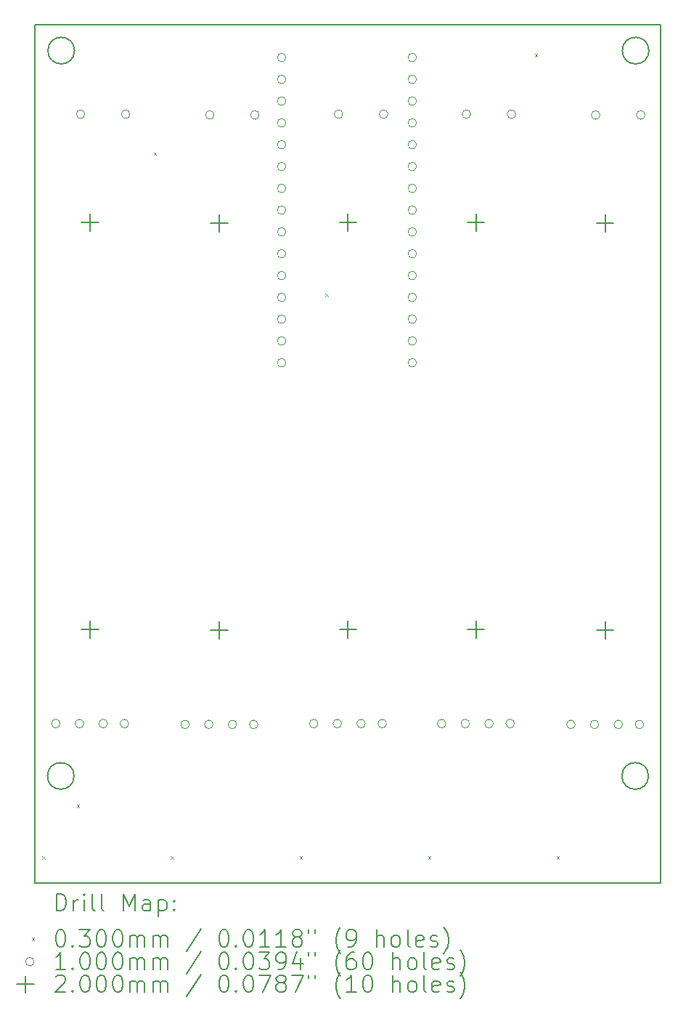
<source format=gbr>
%TF.GenerationSoftware,KiCad,Pcbnew,8.0.0*%
%TF.CreationDate,2024-07-04T13:53:27+02:00*%
%TF.ProjectId,Audio-Controller V2.0,41756469-6f2d-4436-9f6e-74726f6c6c65,rev?*%
%TF.SameCoordinates,Original*%
%TF.FileFunction,Drillmap*%
%TF.FilePolarity,Positive*%
%FSLAX45Y45*%
G04 Gerber Fmt 4.5, Leading zero omitted, Abs format (unit mm)*
G04 Created by KiCad (PCBNEW 8.0.0) date 2024-07-04 13:53:27*
%MOMM*%
%LPD*%
G01*
G04 APERTURE LIST*
%ADD10C,0.200000*%
%ADD11C,0.100000*%
G04 APERTURE END LIST*
D10*
X5255000Y-10400000D02*
G75*
G02*
X4945000Y-10400000I-155000J0D01*
G01*
X4945000Y-10400000D02*
G75*
G02*
X5255000Y-10400000I155000J0D01*
G01*
X5260000Y-1950000D02*
G75*
G02*
X4950000Y-1950000I-155000J0D01*
G01*
X4950000Y-1950000D02*
G75*
G02*
X5260000Y-1950000I155000J0D01*
G01*
X4800000Y-1650000D02*
X12100000Y-1650000D01*
X12100000Y-11650000D01*
X4800000Y-11650000D01*
X4800000Y-1650000D01*
X11955000Y-10400000D02*
G75*
G02*
X11645000Y-10400000I-155000J0D01*
G01*
X11645000Y-10400000D02*
G75*
G02*
X11955000Y-10400000I155000J0D01*
G01*
X11960000Y-1950000D02*
G75*
G02*
X11650000Y-1950000I-155000J0D01*
G01*
X11650000Y-1950000D02*
G75*
G02*
X11960000Y-1950000I155000J0D01*
G01*
D11*
X4885000Y-11335000D02*
X4915000Y-11365000D01*
X4915000Y-11335000D02*
X4885000Y-11365000D01*
X5285000Y-10735000D02*
X5315000Y-10765000D01*
X5315000Y-10735000D02*
X5285000Y-10765000D01*
X6185000Y-3135000D02*
X6215000Y-3165000D01*
X6215000Y-3135000D02*
X6185000Y-3165000D01*
X6385000Y-11335000D02*
X6415000Y-11365000D01*
X6415000Y-11335000D02*
X6385000Y-11365000D01*
X7885000Y-11335000D02*
X7915000Y-11365000D01*
X7915000Y-11335000D02*
X7885000Y-11365000D01*
X8185000Y-4785000D02*
X8215000Y-4815000D01*
X8215000Y-4785000D02*
X8185000Y-4815000D01*
X9385000Y-11335000D02*
X9415000Y-11365000D01*
X9415000Y-11335000D02*
X9385000Y-11365000D01*
X10629400Y-1990600D02*
X10659400Y-2020600D01*
X10659400Y-1990600D02*
X10629400Y-2020600D01*
X10885000Y-11335000D02*
X10915000Y-11365000D01*
X10915000Y-11335000D02*
X10885000Y-11365000D01*
X5092500Y-9790000D02*
G75*
G02*
X4992500Y-9790000I-50000J0D01*
G01*
X4992500Y-9790000D02*
G75*
G02*
X5092500Y-9790000I50000J0D01*
G01*
X5368700Y-9790000D02*
G75*
G02*
X5268700Y-9790000I-50000J0D01*
G01*
X5268700Y-9790000D02*
G75*
G02*
X5368700Y-9790000I50000J0D01*
G01*
X5381300Y-2690000D02*
G75*
G02*
X5281300Y-2690000I-50000J0D01*
G01*
X5281300Y-2690000D02*
G75*
G02*
X5381300Y-2690000I50000J0D01*
G01*
X5644900Y-9790000D02*
G75*
G02*
X5544900Y-9790000I-50000J0D01*
G01*
X5544900Y-9790000D02*
G75*
G02*
X5644900Y-9790000I50000J0D01*
G01*
X5892500Y-9790000D02*
G75*
G02*
X5792500Y-9790000I-50000J0D01*
G01*
X5792500Y-9790000D02*
G75*
G02*
X5892500Y-9790000I50000J0D01*
G01*
X5907500Y-2690000D02*
G75*
G02*
X5807500Y-2690000I-50000J0D01*
G01*
X5807500Y-2690000D02*
G75*
G02*
X5907500Y-2690000I50000J0D01*
G01*
X6600000Y-9800000D02*
G75*
G02*
X6500000Y-9800000I-50000J0D01*
G01*
X6500000Y-9800000D02*
G75*
G02*
X6600000Y-9800000I50000J0D01*
G01*
X6876200Y-9800000D02*
G75*
G02*
X6776200Y-9800000I-50000J0D01*
G01*
X6776200Y-9800000D02*
G75*
G02*
X6876200Y-9800000I50000J0D01*
G01*
X6888800Y-2700000D02*
G75*
G02*
X6788800Y-2700000I-50000J0D01*
G01*
X6788800Y-2700000D02*
G75*
G02*
X6888800Y-2700000I50000J0D01*
G01*
X7152400Y-9800000D02*
G75*
G02*
X7052400Y-9800000I-50000J0D01*
G01*
X7052400Y-9800000D02*
G75*
G02*
X7152400Y-9800000I50000J0D01*
G01*
X7400000Y-9800000D02*
G75*
G02*
X7300000Y-9800000I-50000J0D01*
G01*
X7300000Y-9800000D02*
G75*
G02*
X7400000Y-9800000I50000J0D01*
G01*
X7415000Y-2700000D02*
G75*
G02*
X7315000Y-2700000I-50000J0D01*
G01*
X7315000Y-2700000D02*
G75*
G02*
X7415000Y-2700000I50000J0D01*
G01*
X7726000Y-2030000D02*
G75*
G02*
X7626000Y-2030000I-50000J0D01*
G01*
X7626000Y-2030000D02*
G75*
G02*
X7726000Y-2030000I50000J0D01*
G01*
X7726000Y-2284000D02*
G75*
G02*
X7626000Y-2284000I-50000J0D01*
G01*
X7626000Y-2284000D02*
G75*
G02*
X7726000Y-2284000I50000J0D01*
G01*
X7726000Y-2538000D02*
G75*
G02*
X7626000Y-2538000I-50000J0D01*
G01*
X7626000Y-2538000D02*
G75*
G02*
X7726000Y-2538000I50000J0D01*
G01*
X7726000Y-2792000D02*
G75*
G02*
X7626000Y-2792000I-50000J0D01*
G01*
X7626000Y-2792000D02*
G75*
G02*
X7726000Y-2792000I50000J0D01*
G01*
X7726000Y-3046000D02*
G75*
G02*
X7626000Y-3046000I-50000J0D01*
G01*
X7626000Y-3046000D02*
G75*
G02*
X7726000Y-3046000I50000J0D01*
G01*
X7726000Y-3300000D02*
G75*
G02*
X7626000Y-3300000I-50000J0D01*
G01*
X7626000Y-3300000D02*
G75*
G02*
X7726000Y-3300000I50000J0D01*
G01*
X7726000Y-3554000D02*
G75*
G02*
X7626000Y-3554000I-50000J0D01*
G01*
X7626000Y-3554000D02*
G75*
G02*
X7726000Y-3554000I50000J0D01*
G01*
X7726000Y-3808000D02*
G75*
G02*
X7626000Y-3808000I-50000J0D01*
G01*
X7626000Y-3808000D02*
G75*
G02*
X7726000Y-3808000I50000J0D01*
G01*
X7726000Y-4062000D02*
G75*
G02*
X7626000Y-4062000I-50000J0D01*
G01*
X7626000Y-4062000D02*
G75*
G02*
X7726000Y-4062000I50000J0D01*
G01*
X7726000Y-4316000D02*
G75*
G02*
X7626000Y-4316000I-50000J0D01*
G01*
X7626000Y-4316000D02*
G75*
G02*
X7726000Y-4316000I50000J0D01*
G01*
X7726000Y-4570000D02*
G75*
G02*
X7626000Y-4570000I-50000J0D01*
G01*
X7626000Y-4570000D02*
G75*
G02*
X7726000Y-4570000I50000J0D01*
G01*
X7726000Y-4824000D02*
G75*
G02*
X7626000Y-4824000I-50000J0D01*
G01*
X7626000Y-4824000D02*
G75*
G02*
X7726000Y-4824000I50000J0D01*
G01*
X7726000Y-5078000D02*
G75*
G02*
X7626000Y-5078000I-50000J0D01*
G01*
X7626000Y-5078000D02*
G75*
G02*
X7726000Y-5078000I50000J0D01*
G01*
X7726000Y-5332000D02*
G75*
G02*
X7626000Y-5332000I-50000J0D01*
G01*
X7626000Y-5332000D02*
G75*
G02*
X7726000Y-5332000I50000J0D01*
G01*
X7726000Y-5586000D02*
G75*
G02*
X7626000Y-5586000I-50000J0D01*
G01*
X7626000Y-5586000D02*
G75*
G02*
X7726000Y-5586000I50000J0D01*
G01*
X8100000Y-9790000D02*
G75*
G02*
X8000000Y-9790000I-50000J0D01*
G01*
X8000000Y-9790000D02*
G75*
G02*
X8100000Y-9790000I50000J0D01*
G01*
X8376200Y-9790000D02*
G75*
G02*
X8276200Y-9790000I-50000J0D01*
G01*
X8276200Y-9790000D02*
G75*
G02*
X8376200Y-9790000I50000J0D01*
G01*
X8388800Y-2690000D02*
G75*
G02*
X8288800Y-2690000I-50000J0D01*
G01*
X8288800Y-2690000D02*
G75*
G02*
X8388800Y-2690000I50000J0D01*
G01*
X8652400Y-9790000D02*
G75*
G02*
X8552400Y-9790000I-50000J0D01*
G01*
X8552400Y-9790000D02*
G75*
G02*
X8652400Y-9790000I50000J0D01*
G01*
X8900000Y-9790000D02*
G75*
G02*
X8800000Y-9790000I-50000J0D01*
G01*
X8800000Y-9790000D02*
G75*
G02*
X8900000Y-9790000I50000J0D01*
G01*
X8915000Y-2690000D02*
G75*
G02*
X8815000Y-2690000I-50000J0D01*
G01*
X8815000Y-2690000D02*
G75*
G02*
X8915000Y-2690000I50000J0D01*
G01*
X9250000Y-2030000D02*
G75*
G02*
X9150000Y-2030000I-50000J0D01*
G01*
X9150000Y-2030000D02*
G75*
G02*
X9250000Y-2030000I50000J0D01*
G01*
X9250000Y-2284000D02*
G75*
G02*
X9150000Y-2284000I-50000J0D01*
G01*
X9150000Y-2284000D02*
G75*
G02*
X9250000Y-2284000I50000J0D01*
G01*
X9250000Y-2538000D02*
G75*
G02*
X9150000Y-2538000I-50000J0D01*
G01*
X9150000Y-2538000D02*
G75*
G02*
X9250000Y-2538000I50000J0D01*
G01*
X9250000Y-2792000D02*
G75*
G02*
X9150000Y-2792000I-50000J0D01*
G01*
X9150000Y-2792000D02*
G75*
G02*
X9250000Y-2792000I50000J0D01*
G01*
X9250000Y-3046000D02*
G75*
G02*
X9150000Y-3046000I-50000J0D01*
G01*
X9150000Y-3046000D02*
G75*
G02*
X9250000Y-3046000I50000J0D01*
G01*
X9250000Y-3300000D02*
G75*
G02*
X9150000Y-3300000I-50000J0D01*
G01*
X9150000Y-3300000D02*
G75*
G02*
X9250000Y-3300000I50000J0D01*
G01*
X9250000Y-3554000D02*
G75*
G02*
X9150000Y-3554000I-50000J0D01*
G01*
X9150000Y-3554000D02*
G75*
G02*
X9250000Y-3554000I50000J0D01*
G01*
X9250000Y-3808000D02*
G75*
G02*
X9150000Y-3808000I-50000J0D01*
G01*
X9150000Y-3808000D02*
G75*
G02*
X9250000Y-3808000I50000J0D01*
G01*
X9250000Y-4062000D02*
G75*
G02*
X9150000Y-4062000I-50000J0D01*
G01*
X9150000Y-4062000D02*
G75*
G02*
X9250000Y-4062000I50000J0D01*
G01*
X9250000Y-4316000D02*
G75*
G02*
X9150000Y-4316000I-50000J0D01*
G01*
X9150000Y-4316000D02*
G75*
G02*
X9250000Y-4316000I50000J0D01*
G01*
X9250000Y-4570000D02*
G75*
G02*
X9150000Y-4570000I-50000J0D01*
G01*
X9150000Y-4570000D02*
G75*
G02*
X9250000Y-4570000I50000J0D01*
G01*
X9250000Y-4824000D02*
G75*
G02*
X9150000Y-4824000I-50000J0D01*
G01*
X9150000Y-4824000D02*
G75*
G02*
X9250000Y-4824000I50000J0D01*
G01*
X9250000Y-5078000D02*
G75*
G02*
X9150000Y-5078000I-50000J0D01*
G01*
X9150000Y-5078000D02*
G75*
G02*
X9250000Y-5078000I50000J0D01*
G01*
X9250000Y-5332000D02*
G75*
G02*
X9150000Y-5332000I-50000J0D01*
G01*
X9150000Y-5332000D02*
G75*
G02*
X9250000Y-5332000I50000J0D01*
G01*
X9250000Y-5586000D02*
G75*
G02*
X9150000Y-5586000I-50000J0D01*
G01*
X9150000Y-5586000D02*
G75*
G02*
X9250000Y-5586000I50000J0D01*
G01*
X9592500Y-9790000D02*
G75*
G02*
X9492500Y-9790000I-50000J0D01*
G01*
X9492500Y-9790000D02*
G75*
G02*
X9592500Y-9790000I50000J0D01*
G01*
X9868700Y-9790000D02*
G75*
G02*
X9768700Y-9790000I-50000J0D01*
G01*
X9768700Y-9790000D02*
G75*
G02*
X9868700Y-9790000I50000J0D01*
G01*
X9881300Y-2690000D02*
G75*
G02*
X9781300Y-2690000I-50000J0D01*
G01*
X9781300Y-2690000D02*
G75*
G02*
X9881300Y-2690000I50000J0D01*
G01*
X10144900Y-9790000D02*
G75*
G02*
X10044900Y-9790000I-50000J0D01*
G01*
X10044900Y-9790000D02*
G75*
G02*
X10144900Y-9790000I50000J0D01*
G01*
X10392500Y-9790000D02*
G75*
G02*
X10292500Y-9790000I-50000J0D01*
G01*
X10292500Y-9790000D02*
G75*
G02*
X10392500Y-9790000I50000J0D01*
G01*
X10407500Y-2690000D02*
G75*
G02*
X10307500Y-2690000I-50000J0D01*
G01*
X10307500Y-2690000D02*
G75*
G02*
X10407500Y-2690000I50000J0D01*
G01*
X11100000Y-9800000D02*
G75*
G02*
X11000000Y-9800000I-50000J0D01*
G01*
X11000000Y-9800000D02*
G75*
G02*
X11100000Y-9800000I50000J0D01*
G01*
X11376200Y-9800000D02*
G75*
G02*
X11276200Y-9800000I-50000J0D01*
G01*
X11276200Y-9800000D02*
G75*
G02*
X11376200Y-9800000I50000J0D01*
G01*
X11388800Y-2700000D02*
G75*
G02*
X11288800Y-2700000I-50000J0D01*
G01*
X11288800Y-2700000D02*
G75*
G02*
X11388800Y-2700000I50000J0D01*
G01*
X11652400Y-9800000D02*
G75*
G02*
X11552400Y-9800000I-50000J0D01*
G01*
X11552400Y-9800000D02*
G75*
G02*
X11652400Y-9800000I50000J0D01*
G01*
X11900000Y-9800000D02*
G75*
G02*
X11800000Y-9800000I-50000J0D01*
G01*
X11800000Y-9800000D02*
G75*
G02*
X11900000Y-9800000I50000J0D01*
G01*
X11915000Y-2700000D02*
G75*
G02*
X11815000Y-2700000I-50000J0D01*
G01*
X11815000Y-2700000D02*
G75*
G02*
X11915000Y-2700000I50000J0D01*
G01*
D10*
X5442500Y-3850000D02*
X5442500Y-4050000D01*
X5342500Y-3950000D02*
X5542500Y-3950000D01*
X5442500Y-8590000D02*
X5442500Y-8790000D01*
X5342500Y-8690000D02*
X5542500Y-8690000D01*
X6950000Y-3860000D02*
X6950000Y-4060000D01*
X6850000Y-3960000D02*
X7050000Y-3960000D01*
X6950000Y-8600000D02*
X6950000Y-8800000D01*
X6850000Y-8700000D02*
X7050000Y-8700000D01*
X8450000Y-3850000D02*
X8450000Y-4050000D01*
X8350000Y-3950000D02*
X8550000Y-3950000D01*
X8450000Y-8590000D02*
X8450000Y-8790000D01*
X8350000Y-8690000D02*
X8550000Y-8690000D01*
X9942500Y-3850000D02*
X9942500Y-4050000D01*
X9842500Y-3950000D02*
X10042500Y-3950000D01*
X9942500Y-8590000D02*
X9942500Y-8790000D01*
X9842500Y-8690000D02*
X10042500Y-8690000D01*
X11450000Y-3860000D02*
X11450000Y-4060000D01*
X11350000Y-3960000D02*
X11550000Y-3960000D01*
X11450000Y-8600000D02*
X11450000Y-8800000D01*
X11350000Y-8700000D02*
X11550000Y-8700000D01*
X5050777Y-11971484D02*
X5050777Y-11771484D01*
X5050777Y-11771484D02*
X5098396Y-11771484D01*
X5098396Y-11771484D02*
X5126967Y-11781008D01*
X5126967Y-11781008D02*
X5146015Y-11800055D01*
X5146015Y-11800055D02*
X5155539Y-11819103D01*
X5155539Y-11819103D02*
X5165063Y-11857198D01*
X5165063Y-11857198D02*
X5165063Y-11885769D01*
X5165063Y-11885769D02*
X5155539Y-11923865D01*
X5155539Y-11923865D02*
X5146015Y-11942912D01*
X5146015Y-11942912D02*
X5126967Y-11961960D01*
X5126967Y-11961960D02*
X5098396Y-11971484D01*
X5098396Y-11971484D02*
X5050777Y-11971484D01*
X5250777Y-11971484D02*
X5250777Y-11838150D01*
X5250777Y-11876246D02*
X5260301Y-11857198D01*
X5260301Y-11857198D02*
X5269824Y-11847674D01*
X5269824Y-11847674D02*
X5288872Y-11838150D01*
X5288872Y-11838150D02*
X5307920Y-11838150D01*
X5374586Y-11971484D02*
X5374586Y-11838150D01*
X5374586Y-11771484D02*
X5365063Y-11781008D01*
X5365063Y-11781008D02*
X5374586Y-11790531D01*
X5374586Y-11790531D02*
X5384110Y-11781008D01*
X5384110Y-11781008D02*
X5374586Y-11771484D01*
X5374586Y-11771484D02*
X5374586Y-11790531D01*
X5498396Y-11971484D02*
X5479348Y-11961960D01*
X5479348Y-11961960D02*
X5469824Y-11942912D01*
X5469824Y-11942912D02*
X5469824Y-11771484D01*
X5603158Y-11971484D02*
X5584110Y-11961960D01*
X5584110Y-11961960D02*
X5574586Y-11942912D01*
X5574586Y-11942912D02*
X5574586Y-11771484D01*
X5831729Y-11971484D02*
X5831729Y-11771484D01*
X5831729Y-11771484D02*
X5898396Y-11914341D01*
X5898396Y-11914341D02*
X5965062Y-11771484D01*
X5965062Y-11771484D02*
X5965062Y-11971484D01*
X6146015Y-11971484D02*
X6146015Y-11866722D01*
X6146015Y-11866722D02*
X6136491Y-11847674D01*
X6136491Y-11847674D02*
X6117443Y-11838150D01*
X6117443Y-11838150D02*
X6079348Y-11838150D01*
X6079348Y-11838150D02*
X6060301Y-11847674D01*
X6146015Y-11961960D02*
X6126967Y-11971484D01*
X6126967Y-11971484D02*
X6079348Y-11971484D01*
X6079348Y-11971484D02*
X6060301Y-11961960D01*
X6060301Y-11961960D02*
X6050777Y-11942912D01*
X6050777Y-11942912D02*
X6050777Y-11923865D01*
X6050777Y-11923865D02*
X6060301Y-11904817D01*
X6060301Y-11904817D02*
X6079348Y-11895293D01*
X6079348Y-11895293D02*
X6126967Y-11895293D01*
X6126967Y-11895293D02*
X6146015Y-11885769D01*
X6241253Y-11838150D02*
X6241253Y-12038150D01*
X6241253Y-11847674D02*
X6260301Y-11838150D01*
X6260301Y-11838150D02*
X6298396Y-11838150D01*
X6298396Y-11838150D02*
X6317443Y-11847674D01*
X6317443Y-11847674D02*
X6326967Y-11857198D01*
X6326967Y-11857198D02*
X6336491Y-11876246D01*
X6336491Y-11876246D02*
X6336491Y-11933388D01*
X6336491Y-11933388D02*
X6326967Y-11952436D01*
X6326967Y-11952436D02*
X6317443Y-11961960D01*
X6317443Y-11961960D02*
X6298396Y-11971484D01*
X6298396Y-11971484D02*
X6260301Y-11971484D01*
X6260301Y-11971484D02*
X6241253Y-11961960D01*
X6422205Y-11952436D02*
X6431729Y-11961960D01*
X6431729Y-11961960D02*
X6422205Y-11971484D01*
X6422205Y-11971484D02*
X6412682Y-11961960D01*
X6412682Y-11961960D02*
X6422205Y-11952436D01*
X6422205Y-11952436D02*
X6422205Y-11971484D01*
X6422205Y-11847674D02*
X6431729Y-11857198D01*
X6431729Y-11857198D02*
X6422205Y-11866722D01*
X6422205Y-11866722D02*
X6412682Y-11857198D01*
X6412682Y-11857198D02*
X6422205Y-11847674D01*
X6422205Y-11847674D02*
X6422205Y-11866722D01*
D11*
X4760000Y-12285000D02*
X4790000Y-12315000D01*
X4790000Y-12285000D02*
X4760000Y-12315000D01*
D10*
X5088872Y-12191484D02*
X5107920Y-12191484D01*
X5107920Y-12191484D02*
X5126967Y-12201008D01*
X5126967Y-12201008D02*
X5136491Y-12210531D01*
X5136491Y-12210531D02*
X5146015Y-12229579D01*
X5146015Y-12229579D02*
X5155539Y-12267674D01*
X5155539Y-12267674D02*
X5155539Y-12315293D01*
X5155539Y-12315293D02*
X5146015Y-12353388D01*
X5146015Y-12353388D02*
X5136491Y-12372436D01*
X5136491Y-12372436D02*
X5126967Y-12381960D01*
X5126967Y-12381960D02*
X5107920Y-12391484D01*
X5107920Y-12391484D02*
X5088872Y-12391484D01*
X5088872Y-12391484D02*
X5069824Y-12381960D01*
X5069824Y-12381960D02*
X5060301Y-12372436D01*
X5060301Y-12372436D02*
X5050777Y-12353388D01*
X5050777Y-12353388D02*
X5041253Y-12315293D01*
X5041253Y-12315293D02*
X5041253Y-12267674D01*
X5041253Y-12267674D02*
X5050777Y-12229579D01*
X5050777Y-12229579D02*
X5060301Y-12210531D01*
X5060301Y-12210531D02*
X5069824Y-12201008D01*
X5069824Y-12201008D02*
X5088872Y-12191484D01*
X5241253Y-12372436D02*
X5250777Y-12381960D01*
X5250777Y-12381960D02*
X5241253Y-12391484D01*
X5241253Y-12391484D02*
X5231729Y-12381960D01*
X5231729Y-12381960D02*
X5241253Y-12372436D01*
X5241253Y-12372436D02*
X5241253Y-12391484D01*
X5317444Y-12191484D02*
X5441253Y-12191484D01*
X5441253Y-12191484D02*
X5374586Y-12267674D01*
X5374586Y-12267674D02*
X5403158Y-12267674D01*
X5403158Y-12267674D02*
X5422205Y-12277198D01*
X5422205Y-12277198D02*
X5431729Y-12286722D01*
X5431729Y-12286722D02*
X5441253Y-12305769D01*
X5441253Y-12305769D02*
X5441253Y-12353388D01*
X5441253Y-12353388D02*
X5431729Y-12372436D01*
X5431729Y-12372436D02*
X5422205Y-12381960D01*
X5422205Y-12381960D02*
X5403158Y-12391484D01*
X5403158Y-12391484D02*
X5346015Y-12391484D01*
X5346015Y-12391484D02*
X5326967Y-12381960D01*
X5326967Y-12381960D02*
X5317444Y-12372436D01*
X5565063Y-12191484D02*
X5584110Y-12191484D01*
X5584110Y-12191484D02*
X5603158Y-12201008D01*
X5603158Y-12201008D02*
X5612682Y-12210531D01*
X5612682Y-12210531D02*
X5622205Y-12229579D01*
X5622205Y-12229579D02*
X5631729Y-12267674D01*
X5631729Y-12267674D02*
X5631729Y-12315293D01*
X5631729Y-12315293D02*
X5622205Y-12353388D01*
X5622205Y-12353388D02*
X5612682Y-12372436D01*
X5612682Y-12372436D02*
X5603158Y-12381960D01*
X5603158Y-12381960D02*
X5584110Y-12391484D01*
X5584110Y-12391484D02*
X5565063Y-12391484D01*
X5565063Y-12391484D02*
X5546015Y-12381960D01*
X5546015Y-12381960D02*
X5536491Y-12372436D01*
X5536491Y-12372436D02*
X5526967Y-12353388D01*
X5526967Y-12353388D02*
X5517444Y-12315293D01*
X5517444Y-12315293D02*
X5517444Y-12267674D01*
X5517444Y-12267674D02*
X5526967Y-12229579D01*
X5526967Y-12229579D02*
X5536491Y-12210531D01*
X5536491Y-12210531D02*
X5546015Y-12201008D01*
X5546015Y-12201008D02*
X5565063Y-12191484D01*
X5755539Y-12191484D02*
X5774586Y-12191484D01*
X5774586Y-12191484D02*
X5793634Y-12201008D01*
X5793634Y-12201008D02*
X5803158Y-12210531D01*
X5803158Y-12210531D02*
X5812682Y-12229579D01*
X5812682Y-12229579D02*
X5822205Y-12267674D01*
X5822205Y-12267674D02*
X5822205Y-12315293D01*
X5822205Y-12315293D02*
X5812682Y-12353388D01*
X5812682Y-12353388D02*
X5803158Y-12372436D01*
X5803158Y-12372436D02*
X5793634Y-12381960D01*
X5793634Y-12381960D02*
X5774586Y-12391484D01*
X5774586Y-12391484D02*
X5755539Y-12391484D01*
X5755539Y-12391484D02*
X5736491Y-12381960D01*
X5736491Y-12381960D02*
X5726967Y-12372436D01*
X5726967Y-12372436D02*
X5717443Y-12353388D01*
X5717443Y-12353388D02*
X5707920Y-12315293D01*
X5707920Y-12315293D02*
X5707920Y-12267674D01*
X5707920Y-12267674D02*
X5717443Y-12229579D01*
X5717443Y-12229579D02*
X5726967Y-12210531D01*
X5726967Y-12210531D02*
X5736491Y-12201008D01*
X5736491Y-12201008D02*
X5755539Y-12191484D01*
X5907920Y-12391484D02*
X5907920Y-12258150D01*
X5907920Y-12277198D02*
X5917443Y-12267674D01*
X5917443Y-12267674D02*
X5936491Y-12258150D01*
X5936491Y-12258150D02*
X5965063Y-12258150D01*
X5965063Y-12258150D02*
X5984110Y-12267674D01*
X5984110Y-12267674D02*
X5993634Y-12286722D01*
X5993634Y-12286722D02*
X5993634Y-12391484D01*
X5993634Y-12286722D02*
X6003158Y-12267674D01*
X6003158Y-12267674D02*
X6022205Y-12258150D01*
X6022205Y-12258150D02*
X6050777Y-12258150D01*
X6050777Y-12258150D02*
X6069824Y-12267674D01*
X6069824Y-12267674D02*
X6079348Y-12286722D01*
X6079348Y-12286722D02*
X6079348Y-12391484D01*
X6174586Y-12391484D02*
X6174586Y-12258150D01*
X6174586Y-12277198D02*
X6184110Y-12267674D01*
X6184110Y-12267674D02*
X6203158Y-12258150D01*
X6203158Y-12258150D02*
X6231729Y-12258150D01*
X6231729Y-12258150D02*
X6250777Y-12267674D01*
X6250777Y-12267674D02*
X6260301Y-12286722D01*
X6260301Y-12286722D02*
X6260301Y-12391484D01*
X6260301Y-12286722D02*
X6269824Y-12267674D01*
X6269824Y-12267674D02*
X6288872Y-12258150D01*
X6288872Y-12258150D02*
X6317443Y-12258150D01*
X6317443Y-12258150D02*
X6336491Y-12267674D01*
X6336491Y-12267674D02*
X6346015Y-12286722D01*
X6346015Y-12286722D02*
X6346015Y-12391484D01*
X6736491Y-12181960D02*
X6565063Y-12439103D01*
X6993634Y-12191484D02*
X7012682Y-12191484D01*
X7012682Y-12191484D02*
X7031729Y-12201008D01*
X7031729Y-12201008D02*
X7041253Y-12210531D01*
X7041253Y-12210531D02*
X7050777Y-12229579D01*
X7050777Y-12229579D02*
X7060301Y-12267674D01*
X7060301Y-12267674D02*
X7060301Y-12315293D01*
X7060301Y-12315293D02*
X7050777Y-12353388D01*
X7050777Y-12353388D02*
X7041253Y-12372436D01*
X7041253Y-12372436D02*
X7031729Y-12381960D01*
X7031729Y-12381960D02*
X7012682Y-12391484D01*
X7012682Y-12391484D02*
X6993634Y-12391484D01*
X6993634Y-12391484D02*
X6974586Y-12381960D01*
X6974586Y-12381960D02*
X6965063Y-12372436D01*
X6965063Y-12372436D02*
X6955539Y-12353388D01*
X6955539Y-12353388D02*
X6946015Y-12315293D01*
X6946015Y-12315293D02*
X6946015Y-12267674D01*
X6946015Y-12267674D02*
X6955539Y-12229579D01*
X6955539Y-12229579D02*
X6965063Y-12210531D01*
X6965063Y-12210531D02*
X6974586Y-12201008D01*
X6974586Y-12201008D02*
X6993634Y-12191484D01*
X7146015Y-12372436D02*
X7155539Y-12381960D01*
X7155539Y-12381960D02*
X7146015Y-12391484D01*
X7146015Y-12391484D02*
X7136491Y-12381960D01*
X7136491Y-12381960D02*
X7146015Y-12372436D01*
X7146015Y-12372436D02*
X7146015Y-12391484D01*
X7279348Y-12191484D02*
X7298396Y-12191484D01*
X7298396Y-12191484D02*
X7317444Y-12201008D01*
X7317444Y-12201008D02*
X7326967Y-12210531D01*
X7326967Y-12210531D02*
X7336491Y-12229579D01*
X7336491Y-12229579D02*
X7346015Y-12267674D01*
X7346015Y-12267674D02*
X7346015Y-12315293D01*
X7346015Y-12315293D02*
X7336491Y-12353388D01*
X7336491Y-12353388D02*
X7326967Y-12372436D01*
X7326967Y-12372436D02*
X7317444Y-12381960D01*
X7317444Y-12381960D02*
X7298396Y-12391484D01*
X7298396Y-12391484D02*
X7279348Y-12391484D01*
X7279348Y-12391484D02*
X7260301Y-12381960D01*
X7260301Y-12381960D02*
X7250777Y-12372436D01*
X7250777Y-12372436D02*
X7241253Y-12353388D01*
X7241253Y-12353388D02*
X7231729Y-12315293D01*
X7231729Y-12315293D02*
X7231729Y-12267674D01*
X7231729Y-12267674D02*
X7241253Y-12229579D01*
X7241253Y-12229579D02*
X7250777Y-12210531D01*
X7250777Y-12210531D02*
X7260301Y-12201008D01*
X7260301Y-12201008D02*
X7279348Y-12191484D01*
X7536491Y-12391484D02*
X7422206Y-12391484D01*
X7479348Y-12391484D02*
X7479348Y-12191484D01*
X7479348Y-12191484D02*
X7460301Y-12220055D01*
X7460301Y-12220055D02*
X7441253Y-12239103D01*
X7441253Y-12239103D02*
X7422206Y-12248627D01*
X7726967Y-12391484D02*
X7612682Y-12391484D01*
X7669825Y-12391484D02*
X7669825Y-12191484D01*
X7669825Y-12191484D02*
X7650777Y-12220055D01*
X7650777Y-12220055D02*
X7631729Y-12239103D01*
X7631729Y-12239103D02*
X7612682Y-12248627D01*
X7841253Y-12277198D02*
X7822206Y-12267674D01*
X7822206Y-12267674D02*
X7812682Y-12258150D01*
X7812682Y-12258150D02*
X7803158Y-12239103D01*
X7803158Y-12239103D02*
X7803158Y-12229579D01*
X7803158Y-12229579D02*
X7812682Y-12210531D01*
X7812682Y-12210531D02*
X7822206Y-12201008D01*
X7822206Y-12201008D02*
X7841253Y-12191484D01*
X7841253Y-12191484D02*
X7879348Y-12191484D01*
X7879348Y-12191484D02*
X7898396Y-12201008D01*
X7898396Y-12201008D02*
X7907920Y-12210531D01*
X7907920Y-12210531D02*
X7917444Y-12229579D01*
X7917444Y-12229579D02*
X7917444Y-12239103D01*
X7917444Y-12239103D02*
X7907920Y-12258150D01*
X7907920Y-12258150D02*
X7898396Y-12267674D01*
X7898396Y-12267674D02*
X7879348Y-12277198D01*
X7879348Y-12277198D02*
X7841253Y-12277198D01*
X7841253Y-12277198D02*
X7822206Y-12286722D01*
X7822206Y-12286722D02*
X7812682Y-12296246D01*
X7812682Y-12296246D02*
X7803158Y-12315293D01*
X7803158Y-12315293D02*
X7803158Y-12353388D01*
X7803158Y-12353388D02*
X7812682Y-12372436D01*
X7812682Y-12372436D02*
X7822206Y-12381960D01*
X7822206Y-12381960D02*
X7841253Y-12391484D01*
X7841253Y-12391484D02*
X7879348Y-12391484D01*
X7879348Y-12391484D02*
X7898396Y-12381960D01*
X7898396Y-12381960D02*
X7907920Y-12372436D01*
X7907920Y-12372436D02*
X7917444Y-12353388D01*
X7917444Y-12353388D02*
X7917444Y-12315293D01*
X7917444Y-12315293D02*
X7907920Y-12296246D01*
X7907920Y-12296246D02*
X7898396Y-12286722D01*
X7898396Y-12286722D02*
X7879348Y-12277198D01*
X7993634Y-12191484D02*
X7993634Y-12229579D01*
X8069825Y-12191484D02*
X8069825Y-12229579D01*
X8365063Y-12467674D02*
X8355539Y-12458150D01*
X8355539Y-12458150D02*
X8336491Y-12429579D01*
X8336491Y-12429579D02*
X8326968Y-12410531D01*
X8326968Y-12410531D02*
X8317444Y-12381960D01*
X8317444Y-12381960D02*
X8307920Y-12334341D01*
X8307920Y-12334341D02*
X8307920Y-12296246D01*
X8307920Y-12296246D02*
X8317444Y-12248627D01*
X8317444Y-12248627D02*
X8326968Y-12220055D01*
X8326968Y-12220055D02*
X8336491Y-12201008D01*
X8336491Y-12201008D02*
X8355539Y-12172436D01*
X8355539Y-12172436D02*
X8365063Y-12162912D01*
X8450777Y-12391484D02*
X8488872Y-12391484D01*
X8488872Y-12391484D02*
X8507920Y-12381960D01*
X8507920Y-12381960D02*
X8517444Y-12372436D01*
X8517444Y-12372436D02*
X8536491Y-12343865D01*
X8536491Y-12343865D02*
X8546015Y-12305769D01*
X8546015Y-12305769D02*
X8546015Y-12229579D01*
X8546015Y-12229579D02*
X8536491Y-12210531D01*
X8536491Y-12210531D02*
X8526968Y-12201008D01*
X8526968Y-12201008D02*
X8507920Y-12191484D01*
X8507920Y-12191484D02*
X8469825Y-12191484D01*
X8469825Y-12191484D02*
X8450777Y-12201008D01*
X8450777Y-12201008D02*
X8441253Y-12210531D01*
X8441253Y-12210531D02*
X8431730Y-12229579D01*
X8431730Y-12229579D02*
X8431730Y-12277198D01*
X8431730Y-12277198D02*
X8441253Y-12296246D01*
X8441253Y-12296246D02*
X8450777Y-12305769D01*
X8450777Y-12305769D02*
X8469825Y-12315293D01*
X8469825Y-12315293D02*
X8507920Y-12315293D01*
X8507920Y-12315293D02*
X8526968Y-12305769D01*
X8526968Y-12305769D02*
X8536491Y-12296246D01*
X8536491Y-12296246D02*
X8546015Y-12277198D01*
X8784111Y-12391484D02*
X8784111Y-12191484D01*
X8869825Y-12391484D02*
X8869825Y-12286722D01*
X8869825Y-12286722D02*
X8860301Y-12267674D01*
X8860301Y-12267674D02*
X8841253Y-12258150D01*
X8841253Y-12258150D02*
X8812682Y-12258150D01*
X8812682Y-12258150D02*
X8793634Y-12267674D01*
X8793634Y-12267674D02*
X8784111Y-12277198D01*
X8993634Y-12391484D02*
X8974587Y-12381960D01*
X8974587Y-12381960D02*
X8965063Y-12372436D01*
X8965063Y-12372436D02*
X8955539Y-12353388D01*
X8955539Y-12353388D02*
X8955539Y-12296246D01*
X8955539Y-12296246D02*
X8965063Y-12277198D01*
X8965063Y-12277198D02*
X8974587Y-12267674D01*
X8974587Y-12267674D02*
X8993634Y-12258150D01*
X8993634Y-12258150D02*
X9022206Y-12258150D01*
X9022206Y-12258150D02*
X9041253Y-12267674D01*
X9041253Y-12267674D02*
X9050777Y-12277198D01*
X9050777Y-12277198D02*
X9060301Y-12296246D01*
X9060301Y-12296246D02*
X9060301Y-12353388D01*
X9060301Y-12353388D02*
X9050777Y-12372436D01*
X9050777Y-12372436D02*
X9041253Y-12381960D01*
X9041253Y-12381960D02*
X9022206Y-12391484D01*
X9022206Y-12391484D02*
X8993634Y-12391484D01*
X9174587Y-12391484D02*
X9155539Y-12381960D01*
X9155539Y-12381960D02*
X9146015Y-12362912D01*
X9146015Y-12362912D02*
X9146015Y-12191484D01*
X9326968Y-12381960D02*
X9307920Y-12391484D01*
X9307920Y-12391484D02*
X9269825Y-12391484D01*
X9269825Y-12391484D02*
X9250777Y-12381960D01*
X9250777Y-12381960D02*
X9241253Y-12362912D01*
X9241253Y-12362912D02*
X9241253Y-12286722D01*
X9241253Y-12286722D02*
X9250777Y-12267674D01*
X9250777Y-12267674D02*
X9269825Y-12258150D01*
X9269825Y-12258150D02*
X9307920Y-12258150D01*
X9307920Y-12258150D02*
X9326968Y-12267674D01*
X9326968Y-12267674D02*
X9336492Y-12286722D01*
X9336492Y-12286722D02*
X9336492Y-12305769D01*
X9336492Y-12305769D02*
X9241253Y-12324817D01*
X9412682Y-12381960D02*
X9431730Y-12391484D01*
X9431730Y-12391484D02*
X9469825Y-12391484D01*
X9469825Y-12391484D02*
X9488873Y-12381960D01*
X9488873Y-12381960D02*
X9498396Y-12362912D01*
X9498396Y-12362912D02*
X9498396Y-12353388D01*
X9498396Y-12353388D02*
X9488873Y-12334341D01*
X9488873Y-12334341D02*
X9469825Y-12324817D01*
X9469825Y-12324817D02*
X9441253Y-12324817D01*
X9441253Y-12324817D02*
X9422206Y-12315293D01*
X9422206Y-12315293D02*
X9412682Y-12296246D01*
X9412682Y-12296246D02*
X9412682Y-12286722D01*
X9412682Y-12286722D02*
X9422206Y-12267674D01*
X9422206Y-12267674D02*
X9441253Y-12258150D01*
X9441253Y-12258150D02*
X9469825Y-12258150D01*
X9469825Y-12258150D02*
X9488873Y-12267674D01*
X9565063Y-12467674D02*
X9574587Y-12458150D01*
X9574587Y-12458150D02*
X9593634Y-12429579D01*
X9593634Y-12429579D02*
X9603158Y-12410531D01*
X9603158Y-12410531D02*
X9612682Y-12381960D01*
X9612682Y-12381960D02*
X9622206Y-12334341D01*
X9622206Y-12334341D02*
X9622206Y-12296246D01*
X9622206Y-12296246D02*
X9612682Y-12248627D01*
X9612682Y-12248627D02*
X9603158Y-12220055D01*
X9603158Y-12220055D02*
X9593634Y-12201008D01*
X9593634Y-12201008D02*
X9574587Y-12172436D01*
X9574587Y-12172436D02*
X9565063Y-12162912D01*
D11*
X4790000Y-12564000D02*
G75*
G02*
X4690000Y-12564000I-50000J0D01*
G01*
X4690000Y-12564000D02*
G75*
G02*
X4790000Y-12564000I50000J0D01*
G01*
D10*
X5155539Y-12655484D02*
X5041253Y-12655484D01*
X5098396Y-12655484D02*
X5098396Y-12455484D01*
X5098396Y-12455484D02*
X5079348Y-12484055D01*
X5079348Y-12484055D02*
X5060301Y-12503103D01*
X5060301Y-12503103D02*
X5041253Y-12512627D01*
X5241253Y-12636436D02*
X5250777Y-12645960D01*
X5250777Y-12645960D02*
X5241253Y-12655484D01*
X5241253Y-12655484D02*
X5231729Y-12645960D01*
X5231729Y-12645960D02*
X5241253Y-12636436D01*
X5241253Y-12636436D02*
X5241253Y-12655484D01*
X5374586Y-12455484D02*
X5393634Y-12455484D01*
X5393634Y-12455484D02*
X5412682Y-12465008D01*
X5412682Y-12465008D02*
X5422205Y-12474531D01*
X5422205Y-12474531D02*
X5431729Y-12493579D01*
X5431729Y-12493579D02*
X5441253Y-12531674D01*
X5441253Y-12531674D02*
X5441253Y-12579293D01*
X5441253Y-12579293D02*
X5431729Y-12617388D01*
X5431729Y-12617388D02*
X5422205Y-12636436D01*
X5422205Y-12636436D02*
X5412682Y-12645960D01*
X5412682Y-12645960D02*
X5393634Y-12655484D01*
X5393634Y-12655484D02*
X5374586Y-12655484D01*
X5374586Y-12655484D02*
X5355539Y-12645960D01*
X5355539Y-12645960D02*
X5346015Y-12636436D01*
X5346015Y-12636436D02*
X5336491Y-12617388D01*
X5336491Y-12617388D02*
X5326967Y-12579293D01*
X5326967Y-12579293D02*
X5326967Y-12531674D01*
X5326967Y-12531674D02*
X5336491Y-12493579D01*
X5336491Y-12493579D02*
X5346015Y-12474531D01*
X5346015Y-12474531D02*
X5355539Y-12465008D01*
X5355539Y-12465008D02*
X5374586Y-12455484D01*
X5565063Y-12455484D02*
X5584110Y-12455484D01*
X5584110Y-12455484D02*
X5603158Y-12465008D01*
X5603158Y-12465008D02*
X5612682Y-12474531D01*
X5612682Y-12474531D02*
X5622205Y-12493579D01*
X5622205Y-12493579D02*
X5631729Y-12531674D01*
X5631729Y-12531674D02*
X5631729Y-12579293D01*
X5631729Y-12579293D02*
X5622205Y-12617388D01*
X5622205Y-12617388D02*
X5612682Y-12636436D01*
X5612682Y-12636436D02*
X5603158Y-12645960D01*
X5603158Y-12645960D02*
X5584110Y-12655484D01*
X5584110Y-12655484D02*
X5565063Y-12655484D01*
X5565063Y-12655484D02*
X5546015Y-12645960D01*
X5546015Y-12645960D02*
X5536491Y-12636436D01*
X5536491Y-12636436D02*
X5526967Y-12617388D01*
X5526967Y-12617388D02*
X5517444Y-12579293D01*
X5517444Y-12579293D02*
X5517444Y-12531674D01*
X5517444Y-12531674D02*
X5526967Y-12493579D01*
X5526967Y-12493579D02*
X5536491Y-12474531D01*
X5536491Y-12474531D02*
X5546015Y-12465008D01*
X5546015Y-12465008D02*
X5565063Y-12455484D01*
X5755539Y-12455484D02*
X5774586Y-12455484D01*
X5774586Y-12455484D02*
X5793634Y-12465008D01*
X5793634Y-12465008D02*
X5803158Y-12474531D01*
X5803158Y-12474531D02*
X5812682Y-12493579D01*
X5812682Y-12493579D02*
X5822205Y-12531674D01*
X5822205Y-12531674D02*
X5822205Y-12579293D01*
X5822205Y-12579293D02*
X5812682Y-12617388D01*
X5812682Y-12617388D02*
X5803158Y-12636436D01*
X5803158Y-12636436D02*
X5793634Y-12645960D01*
X5793634Y-12645960D02*
X5774586Y-12655484D01*
X5774586Y-12655484D02*
X5755539Y-12655484D01*
X5755539Y-12655484D02*
X5736491Y-12645960D01*
X5736491Y-12645960D02*
X5726967Y-12636436D01*
X5726967Y-12636436D02*
X5717443Y-12617388D01*
X5717443Y-12617388D02*
X5707920Y-12579293D01*
X5707920Y-12579293D02*
X5707920Y-12531674D01*
X5707920Y-12531674D02*
X5717443Y-12493579D01*
X5717443Y-12493579D02*
X5726967Y-12474531D01*
X5726967Y-12474531D02*
X5736491Y-12465008D01*
X5736491Y-12465008D02*
X5755539Y-12455484D01*
X5907920Y-12655484D02*
X5907920Y-12522150D01*
X5907920Y-12541198D02*
X5917443Y-12531674D01*
X5917443Y-12531674D02*
X5936491Y-12522150D01*
X5936491Y-12522150D02*
X5965063Y-12522150D01*
X5965063Y-12522150D02*
X5984110Y-12531674D01*
X5984110Y-12531674D02*
X5993634Y-12550722D01*
X5993634Y-12550722D02*
X5993634Y-12655484D01*
X5993634Y-12550722D02*
X6003158Y-12531674D01*
X6003158Y-12531674D02*
X6022205Y-12522150D01*
X6022205Y-12522150D02*
X6050777Y-12522150D01*
X6050777Y-12522150D02*
X6069824Y-12531674D01*
X6069824Y-12531674D02*
X6079348Y-12550722D01*
X6079348Y-12550722D02*
X6079348Y-12655484D01*
X6174586Y-12655484D02*
X6174586Y-12522150D01*
X6174586Y-12541198D02*
X6184110Y-12531674D01*
X6184110Y-12531674D02*
X6203158Y-12522150D01*
X6203158Y-12522150D02*
X6231729Y-12522150D01*
X6231729Y-12522150D02*
X6250777Y-12531674D01*
X6250777Y-12531674D02*
X6260301Y-12550722D01*
X6260301Y-12550722D02*
X6260301Y-12655484D01*
X6260301Y-12550722D02*
X6269824Y-12531674D01*
X6269824Y-12531674D02*
X6288872Y-12522150D01*
X6288872Y-12522150D02*
X6317443Y-12522150D01*
X6317443Y-12522150D02*
X6336491Y-12531674D01*
X6336491Y-12531674D02*
X6346015Y-12550722D01*
X6346015Y-12550722D02*
X6346015Y-12655484D01*
X6736491Y-12445960D02*
X6565063Y-12703103D01*
X6993634Y-12455484D02*
X7012682Y-12455484D01*
X7012682Y-12455484D02*
X7031729Y-12465008D01*
X7031729Y-12465008D02*
X7041253Y-12474531D01*
X7041253Y-12474531D02*
X7050777Y-12493579D01*
X7050777Y-12493579D02*
X7060301Y-12531674D01*
X7060301Y-12531674D02*
X7060301Y-12579293D01*
X7060301Y-12579293D02*
X7050777Y-12617388D01*
X7050777Y-12617388D02*
X7041253Y-12636436D01*
X7041253Y-12636436D02*
X7031729Y-12645960D01*
X7031729Y-12645960D02*
X7012682Y-12655484D01*
X7012682Y-12655484D02*
X6993634Y-12655484D01*
X6993634Y-12655484D02*
X6974586Y-12645960D01*
X6974586Y-12645960D02*
X6965063Y-12636436D01*
X6965063Y-12636436D02*
X6955539Y-12617388D01*
X6955539Y-12617388D02*
X6946015Y-12579293D01*
X6946015Y-12579293D02*
X6946015Y-12531674D01*
X6946015Y-12531674D02*
X6955539Y-12493579D01*
X6955539Y-12493579D02*
X6965063Y-12474531D01*
X6965063Y-12474531D02*
X6974586Y-12465008D01*
X6974586Y-12465008D02*
X6993634Y-12455484D01*
X7146015Y-12636436D02*
X7155539Y-12645960D01*
X7155539Y-12645960D02*
X7146015Y-12655484D01*
X7146015Y-12655484D02*
X7136491Y-12645960D01*
X7136491Y-12645960D02*
X7146015Y-12636436D01*
X7146015Y-12636436D02*
X7146015Y-12655484D01*
X7279348Y-12455484D02*
X7298396Y-12455484D01*
X7298396Y-12455484D02*
X7317444Y-12465008D01*
X7317444Y-12465008D02*
X7326967Y-12474531D01*
X7326967Y-12474531D02*
X7336491Y-12493579D01*
X7336491Y-12493579D02*
X7346015Y-12531674D01*
X7346015Y-12531674D02*
X7346015Y-12579293D01*
X7346015Y-12579293D02*
X7336491Y-12617388D01*
X7336491Y-12617388D02*
X7326967Y-12636436D01*
X7326967Y-12636436D02*
X7317444Y-12645960D01*
X7317444Y-12645960D02*
X7298396Y-12655484D01*
X7298396Y-12655484D02*
X7279348Y-12655484D01*
X7279348Y-12655484D02*
X7260301Y-12645960D01*
X7260301Y-12645960D02*
X7250777Y-12636436D01*
X7250777Y-12636436D02*
X7241253Y-12617388D01*
X7241253Y-12617388D02*
X7231729Y-12579293D01*
X7231729Y-12579293D02*
X7231729Y-12531674D01*
X7231729Y-12531674D02*
X7241253Y-12493579D01*
X7241253Y-12493579D02*
X7250777Y-12474531D01*
X7250777Y-12474531D02*
X7260301Y-12465008D01*
X7260301Y-12465008D02*
X7279348Y-12455484D01*
X7412682Y-12455484D02*
X7536491Y-12455484D01*
X7536491Y-12455484D02*
X7469825Y-12531674D01*
X7469825Y-12531674D02*
X7498396Y-12531674D01*
X7498396Y-12531674D02*
X7517444Y-12541198D01*
X7517444Y-12541198D02*
X7526967Y-12550722D01*
X7526967Y-12550722D02*
X7536491Y-12569769D01*
X7536491Y-12569769D02*
X7536491Y-12617388D01*
X7536491Y-12617388D02*
X7526967Y-12636436D01*
X7526967Y-12636436D02*
X7517444Y-12645960D01*
X7517444Y-12645960D02*
X7498396Y-12655484D01*
X7498396Y-12655484D02*
X7441253Y-12655484D01*
X7441253Y-12655484D02*
X7422206Y-12645960D01*
X7422206Y-12645960D02*
X7412682Y-12636436D01*
X7631729Y-12655484D02*
X7669825Y-12655484D01*
X7669825Y-12655484D02*
X7688872Y-12645960D01*
X7688872Y-12645960D02*
X7698396Y-12636436D01*
X7698396Y-12636436D02*
X7717444Y-12607865D01*
X7717444Y-12607865D02*
X7726967Y-12569769D01*
X7726967Y-12569769D02*
X7726967Y-12493579D01*
X7726967Y-12493579D02*
X7717444Y-12474531D01*
X7717444Y-12474531D02*
X7707920Y-12465008D01*
X7707920Y-12465008D02*
X7688872Y-12455484D01*
X7688872Y-12455484D02*
X7650777Y-12455484D01*
X7650777Y-12455484D02*
X7631729Y-12465008D01*
X7631729Y-12465008D02*
X7622206Y-12474531D01*
X7622206Y-12474531D02*
X7612682Y-12493579D01*
X7612682Y-12493579D02*
X7612682Y-12541198D01*
X7612682Y-12541198D02*
X7622206Y-12560246D01*
X7622206Y-12560246D02*
X7631729Y-12569769D01*
X7631729Y-12569769D02*
X7650777Y-12579293D01*
X7650777Y-12579293D02*
X7688872Y-12579293D01*
X7688872Y-12579293D02*
X7707920Y-12569769D01*
X7707920Y-12569769D02*
X7717444Y-12560246D01*
X7717444Y-12560246D02*
X7726967Y-12541198D01*
X7898396Y-12522150D02*
X7898396Y-12655484D01*
X7850777Y-12445960D02*
X7803158Y-12588817D01*
X7803158Y-12588817D02*
X7926967Y-12588817D01*
X7993634Y-12455484D02*
X7993634Y-12493579D01*
X8069825Y-12455484D02*
X8069825Y-12493579D01*
X8365063Y-12731674D02*
X8355539Y-12722150D01*
X8355539Y-12722150D02*
X8336491Y-12693579D01*
X8336491Y-12693579D02*
X8326968Y-12674531D01*
X8326968Y-12674531D02*
X8317444Y-12645960D01*
X8317444Y-12645960D02*
X8307920Y-12598341D01*
X8307920Y-12598341D02*
X8307920Y-12560246D01*
X8307920Y-12560246D02*
X8317444Y-12512627D01*
X8317444Y-12512627D02*
X8326968Y-12484055D01*
X8326968Y-12484055D02*
X8336491Y-12465008D01*
X8336491Y-12465008D02*
X8355539Y-12436436D01*
X8355539Y-12436436D02*
X8365063Y-12426912D01*
X8526968Y-12455484D02*
X8488872Y-12455484D01*
X8488872Y-12455484D02*
X8469825Y-12465008D01*
X8469825Y-12465008D02*
X8460301Y-12474531D01*
X8460301Y-12474531D02*
X8441253Y-12503103D01*
X8441253Y-12503103D02*
X8431730Y-12541198D01*
X8431730Y-12541198D02*
X8431730Y-12617388D01*
X8431730Y-12617388D02*
X8441253Y-12636436D01*
X8441253Y-12636436D02*
X8450777Y-12645960D01*
X8450777Y-12645960D02*
X8469825Y-12655484D01*
X8469825Y-12655484D02*
X8507920Y-12655484D01*
X8507920Y-12655484D02*
X8526968Y-12645960D01*
X8526968Y-12645960D02*
X8536491Y-12636436D01*
X8536491Y-12636436D02*
X8546015Y-12617388D01*
X8546015Y-12617388D02*
X8546015Y-12569769D01*
X8546015Y-12569769D02*
X8536491Y-12550722D01*
X8536491Y-12550722D02*
X8526968Y-12541198D01*
X8526968Y-12541198D02*
X8507920Y-12531674D01*
X8507920Y-12531674D02*
X8469825Y-12531674D01*
X8469825Y-12531674D02*
X8450777Y-12541198D01*
X8450777Y-12541198D02*
X8441253Y-12550722D01*
X8441253Y-12550722D02*
X8431730Y-12569769D01*
X8669825Y-12455484D02*
X8688872Y-12455484D01*
X8688872Y-12455484D02*
X8707920Y-12465008D01*
X8707920Y-12465008D02*
X8717444Y-12474531D01*
X8717444Y-12474531D02*
X8726968Y-12493579D01*
X8726968Y-12493579D02*
X8736491Y-12531674D01*
X8736491Y-12531674D02*
X8736491Y-12579293D01*
X8736491Y-12579293D02*
X8726968Y-12617388D01*
X8726968Y-12617388D02*
X8717444Y-12636436D01*
X8717444Y-12636436D02*
X8707920Y-12645960D01*
X8707920Y-12645960D02*
X8688872Y-12655484D01*
X8688872Y-12655484D02*
X8669825Y-12655484D01*
X8669825Y-12655484D02*
X8650777Y-12645960D01*
X8650777Y-12645960D02*
X8641253Y-12636436D01*
X8641253Y-12636436D02*
X8631730Y-12617388D01*
X8631730Y-12617388D02*
X8622206Y-12579293D01*
X8622206Y-12579293D02*
X8622206Y-12531674D01*
X8622206Y-12531674D02*
X8631730Y-12493579D01*
X8631730Y-12493579D02*
X8641253Y-12474531D01*
X8641253Y-12474531D02*
X8650777Y-12465008D01*
X8650777Y-12465008D02*
X8669825Y-12455484D01*
X8974587Y-12655484D02*
X8974587Y-12455484D01*
X9060301Y-12655484D02*
X9060301Y-12550722D01*
X9060301Y-12550722D02*
X9050777Y-12531674D01*
X9050777Y-12531674D02*
X9031730Y-12522150D01*
X9031730Y-12522150D02*
X9003158Y-12522150D01*
X9003158Y-12522150D02*
X8984111Y-12531674D01*
X8984111Y-12531674D02*
X8974587Y-12541198D01*
X9184111Y-12655484D02*
X9165063Y-12645960D01*
X9165063Y-12645960D02*
X9155539Y-12636436D01*
X9155539Y-12636436D02*
X9146015Y-12617388D01*
X9146015Y-12617388D02*
X9146015Y-12560246D01*
X9146015Y-12560246D02*
X9155539Y-12541198D01*
X9155539Y-12541198D02*
X9165063Y-12531674D01*
X9165063Y-12531674D02*
X9184111Y-12522150D01*
X9184111Y-12522150D02*
X9212682Y-12522150D01*
X9212682Y-12522150D02*
X9231730Y-12531674D01*
X9231730Y-12531674D02*
X9241253Y-12541198D01*
X9241253Y-12541198D02*
X9250777Y-12560246D01*
X9250777Y-12560246D02*
X9250777Y-12617388D01*
X9250777Y-12617388D02*
X9241253Y-12636436D01*
X9241253Y-12636436D02*
X9231730Y-12645960D01*
X9231730Y-12645960D02*
X9212682Y-12655484D01*
X9212682Y-12655484D02*
X9184111Y-12655484D01*
X9365063Y-12655484D02*
X9346015Y-12645960D01*
X9346015Y-12645960D02*
X9336492Y-12626912D01*
X9336492Y-12626912D02*
X9336492Y-12455484D01*
X9517444Y-12645960D02*
X9498396Y-12655484D01*
X9498396Y-12655484D02*
X9460301Y-12655484D01*
X9460301Y-12655484D02*
X9441253Y-12645960D01*
X9441253Y-12645960D02*
X9431730Y-12626912D01*
X9431730Y-12626912D02*
X9431730Y-12550722D01*
X9431730Y-12550722D02*
X9441253Y-12531674D01*
X9441253Y-12531674D02*
X9460301Y-12522150D01*
X9460301Y-12522150D02*
X9498396Y-12522150D01*
X9498396Y-12522150D02*
X9517444Y-12531674D01*
X9517444Y-12531674D02*
X9526968Y-12550722D01*
X9526968Y-12550722D02*
X9526968Y-12569769D01*
X9526968Y-12569769D02*
X9431730Y-12588817D01*
X9603158Y-12645960D02*
X9622206Y-12655484D01*
X9622206Y-12655484D02*
X9660301Y-12655484D01*
X9660301Y-12655484D02*
X9679349Y-12645960D01*
X9679349Y-12645960D02*
X9688873Y-12626912D01*
X9688873Y-12626912D02*
X9688873Y-12617388D01*
X9688873Y-12617388D02*
X9679349Y-12598341D01*
X9679349Y-12598341D02*
X9660301Y-12588817D01*
X9660301Y-12588817D02*
X9631730Y-12588817D01*
X9631730Y-12588817D02*
X9612682Y-12579293D01*
X9612682Y-12579293D02*
X9603158Y-12560246D01*
X9603158Y-12560246D02*
X9603158Y-12550722D01*
X9603158Y-12550722D02*
X9612682Y-12531674D01*
X9612682Y-12531674D02*
X9631730Y-12522150D01*
X9631730Y-12522150D02*
X9660301Y-12522150D01*
X9660301Y-12522150D02*
X9679349Y-12531674D01*
X9755539Y-12731674D02*
X9765063Y-12722150D01*
X9765063Y-12722150D02*
X9784111Y-12693579D01*
X9784111Y-12693579D02*
X9793634Y-12674531D01*
X9793634Y-12674531D02*
X9803158Y-12645960D01*
X9803158Y-12645960D02*
X9812682Y-12598341D01*
X9812682Y-12598341D02*
X9812682Y-12560246D01*
X9812682Y-12560246D02*
X9803158Y-12512627D01*
X9803158Y-12512627D02*
X9793634Y-12484055D01*
X9793634Y-12484055D02*
X9784111Y-12465008D01*
X9784111Y-12465008D02*
X9765063Y-12436436D01*
X9765063Y-12436436D02*
X9755539Y-12426912D01*
X4690000Y-12728000D02*
X4690000Y-12928000D01*
X4590000Y-12828000D02*
X4790000Y-12828000D01*
X5041253Y-12738531D02*
X5050777Y-12729008D01*
X5050777Y-12729008D02*
X5069824Y-12719484D01*
X5069824Y-12719484D02*
X5117444Y-12719484D01*
X5117444Y-12719484D02*
X5136491Y-12729008D01*
X5136491Y-12729008D02*
X5146015Y-12738531D01*
X5146015Y-12738531D02*
X5155539Y-12757579D01*
X5155539Y-12757579D02*
X5155539Y-12776627D01*
X5155539Y-12776627D02*
X5146015Y-12805198D01*
X5146015Y-12805198D02*
X5031729Y-12919484D01*
X5031729Y-12919484D02*
X5155539Y-12919484D01*
X5241253Y-12900436D02*
X5250777Y-12909960D01*
X5250777Y-12909960D02*
X5241253Y-12919484D01*
X5241253Y-12919484D02*
X5231729Y-12909960D01*
X5231729Y-12909960D02*
X5241253Y-12900436D01*
X5241253Y-12900436D02*
X5241253Y-12919484D01*
X5374586Y-12719484D02*
X5393634Y-12719484D01*
X5393634Y-12719484D02*
X5412682Y-12729008D01*
X5412682Y-12729008D02*
X5422205Y-12738531D01*
X5422205Y-12738531D02*
X5431729Y-12757579D01*
X5431729Y-12757579D02*
X5441253Y-12795674D01*
X5441253Y-12795674D02*
X5441253Y-12843293D01*
X5441253Y-12843293D02*
X5431729Y-12881388D01*
X5431729Y-12881388D02*
X5422205Y-12900436D01*
X5422205Y-12900436D02*
X5412682Y-12909960D01*
X5412682Y-12909960D02*
X5393634Y-12919484D01*
X5393634Y-12919484D02*
X5374586Y-12919484D01*
X5374586Y-12919484D02*
X5355539Y-12909960D01*
X5355539Y-12909960D02*
X5346015Y-12900436D01*
X5346015Y-12900436D02*
X5336491Y-12881388D01*
X5336491Y-12881388D02*
X5326967Y-12843293D01*
X5326967Y-12843293D02*
X5326967Y-12795674D01*
X5326967Y-12795674D02*
X5336491Y-12757579D01*
X5336491Y-12757579D02*
X5346015Y-12738531D01*
X5346015Y-12738531D02*
X5355539Y-12729008D01*
X5355539Y-12729008D02*
X5374586Y-12719484D01*
X5565063Y-12719484D02*
X5584110Y-12719484D01*
X5584110Y-12719484D02*
X5603158Y-12729008D01*
X5603158Y-12729008D02*
X5612682Y-12738531D01*
X5612682Y-12738531D02*
X5622205Y-12757579D01*
X5622205Y-12757579D02*
X5631729Y-12795674D01*
X5631729Y-12795674D02*
X5631729Y-12843293D01*
X5631729Y-12843293D02*
X5622205Y-12881388D01*
X5622205Y-12881388D02*
X5612682Y-12900436D01*
X5612682Y-12900436D02*
X5603158Y-12909960D01*
X5603158Y-12909960D02*
X5584110Y-12919484D01*
X5584110Y-12919484D02*
X5565063Y-12919484D01*
X5565063Y-12919484D02*
X5546015Y-12909960D01*
X5546015Y-12909960D02*
X5536491Y-12900436D01*
X5536491Y-12900436D02*
X5526967Y-12881388D01*
X5526967Y-12881388D02*
X5517444Y-12843293D01*
X5517444Y-12843293D02*
X5517444Y-12795674D01*
X5517444Y-12795674D02*
X5526967Y-12757579D01*
X5526967Y-12757579D02*
X5536491Y-12738531D01*
X5536491Y-12738531D02*
X5546015Y-12729008D01*
X5546015Y-12729008D02*
X5565063Y-12719484D01*
X5755539Y-12719484D02*
X5774586Y-12719484D01*
X5774586Y-12719484D02*
X5793634Y-12729008D01*
X5793634Y-12729008D02*
X5803158Y-12738531D01*
X5803158Y-12738531D02*
X5812682Y-12757579D01*
X5812682Y-12757579D02*
X5822205Y-12795674D01*
X5822205Y-12795674D02*
X5822205Y-12843293D01*
X5822205Y-12843293D02*
X5812682Y-12881388D01*
X5812682Y-12881388D02*
X5803158Y-12900436D01*
X5803158Y-12900436D02*
X5793634Y-12909960D01*
X5793634Y-12909960D02*
X5774586Y-12919484D01*
X5774586Y-12919484D02*
X5755539Y-12919484D01*
X5755539Y-12919484D02*
X5736491Y-12909960D01*
X5736491Y-12909960D02*
X5726967Y-12900436D01*
X5726967Y-12900436D02*
X5717443Y-12881388D01*
X5717443Y-12881388D02*
X5707920Y-12843293D01*
X5707920Y-12843293D02*
X5707920Y-12795674D01*
X5707920Y-12795674D02*
X5717443Y-12757579D01*
X5717443Y-12757579D02*
X5726967Y-12738531D01*
X5726967Y-12738531D02*
X5736491Y-12729008D01*
X5736491Y-12729008D02*
X5755539Y-12719484D01*
X5907920Y-12919484D02*
X5907920Y-12786150D01*
X5907920Y-12805198D02*
X5917443Y-12795674D01*
X5917443Y-12795674D02*
X5936491Y-12786150D01*
X5936491Y-12786150D02*
X5965063Y-12786150D01*
X5965063Y-12786150D02*
X5984110Y-12795674D01*
X5984110Y-12795674D02*
X5993634Y-12814722D01*
X5993634Y-12814722D02*
X5993634Y-12919484D01*
X5993634Y-12814722D02*
X6003158Y-12795674D01*
X6003158Y-12795674D02*
X6022205Y-12786150D01*
X6022205Y-12786150D02*
X6050777Y-12786150D01*
X6050777Y-12786150D02*
X6069824Y-12795674D01*
X6069824Y-12795674D02*
X6079348Y-12814722D01*
X6079348Y-12814722D02*
X6079348Y-12919484D01*
X6174586Y-12919484D02*
X6174586Y-12786150D01*
X6174586Y-12805198D02*
X6184110Y-12795674D01*
X6184110Y-12795674D02*
X6203158Y-12786150D01*
X6203158Y-12786150D02*
X6231729Y-12786150D01*
X6231729Y-12786150D02*
X6250777Y-12795674D01*
X6250777Y-12795674D02*
X6260301Y-12814722D01*
X6260301Y-12814722D02*
X6260301Y-12919484D01*
X6260301Y-12814722D02*
X6269824Y-12795674D01*
X6269824Y-12795674D02*
X6288872Y-12786150D01*
X6288872Y-12786150D02*
X6317443Y-12786150D01*
X6317443Y-12786150D02*
X6336491Y-12795674D01*
X6336491Y-12795674D02*
X6346015Y-12814722D01*
X6346015Y-12814722D02*
X6346015Y-12919484D01*
X6736491Y-12709960D02*
X6565063Y-12967103D01*
X6993634Y-12719484D02*
X7012682Y-12719484D01*
X7012682Y-12719484D02*
X7031729Y-12729008D01*
X7031729Y-12729008D02*
X7041253Y-12738531D01*
X7041253Y-12738531D02*
X7050777Y-12757579D01*
X7050777Y-12757579D02*
X7060301Y-12795674D01*
X7060301Y-12795674D02*
X7060301Y-12843293D01*
X7060301Y-12843293D02*
X7050777Y-12881388D01*
X7050777Y-12881388D02*
X7041253Y-12900436D01*
X7041253Y-12900436D02*
X7031729Y-12909960D01*
X7031729Y-12909960D02*
X7012682Y-12919484D01*
X7012682Y-12919484D02*
X6993634Y-12919484D01*
X6993634Y-12919484D02*
X6974586Y-12909960D01*
X6974586Y-12909960D02*
X6965063Y-12900436D01*
X6965063Y-12900436D02*
X6955539Y-12881388D01*
X6955539Y-12881388D02*
X6946015Y-12843293D01*
X6946015Y-12843293D02*
X6946015Y-12795674D01*
X6946015Y-12795674D02*
X6955539Y-12757579D01*
X6955539Y-12757579D02*
X6965063Y-12738531D01*
X6965063Y-12738531D02*
X6974586Y-12729008D01*
X6974586Y-12729008D02*
X6993634Y-12719484D01*
X7146015Y-12900436D02*
X7155539Y-12909960D01*
X7155539Y-12909960D02*
X7146015Y-12919484D01*
X7146015Y-12919484D02*
X7136491Y-12909960D01*
X7136491Y-12909960D02*
X7146015Y-12900436D01*
X7146015Y-12900436D02*
X7146015Y-12919484D01*
X7279348Y-12719484D02*
X7298396Y-12719484D01*
X7298396Y-12719484D02*
X7317444Y-12729008D01*
X7317444Y-12729008D02*
X7326967Y-12738531D01*
X7326967Y-12738531D02*
X7336491Y-12757579D01*
X7336491Y-12757579D02*
X7346015Y-12795674D01*
X7346015Y-12795674D02*
X7346015Y-12843293D01*
X7346015Y-12843293D02*
X7336491Y-12881388D01*
X7336491Y-12881388D02*
X7326967Y-12900436D01*
X7326967Y-12900436D02*
X7317444Y-12909960D01*
X7317444Y-12909960D02*
X7298396Y-12919484D01*
X7298396Y-12919484D02*
X7279348Y-12919484D01*
X7279348Y-12919484D02*
X7260301Y-12909960D01*
X7260301Y-12909960D02*
X7250777Y-12900436D01*
X7250777Y-12900436D02*
X7241253Y-12881388D01*
X7241253Y-12881388D02*
X7231729Y-12843293D01*
X7231729Y-12843293D02*
X7231729Y-12795674D01*
X7231729Y-12795674D02*
X7241253Y-12757579D01*
X7241253Y-12757579D02*
X7250777Y-12738531D01*
X7250777Y-12738531D02*
X7260301Y-12729008D01*
X7260301Y-12729008D02*
X7279348Y-12719484D01*
X7412682Y-12719484D02*
X7546015Y-12719484D01*
X7546015Y-12719484D02*
X7460301Y-12919484D01*
X7650777Y-12805198D02*
X7631729Y-12795674D01*
X7631729Y-12795674D02*
X7622206Y-12786150D01*
X7622206Y-12786150D02*
X7612682Y-12767103D01*
X7612682Y-12767103D02*
X7612682Y-12757579D01*
X7612682Y-12757579D02*
X7622206Y-12738531D01*
X7622206Y-12738531D02*
X7631729Y-12729008D01*
X7631729Y-12729008D02*
X7650777Y-12719484D01*
X7650777Y-12719484D02*
X7688872Y-12719484D01*
X7688872Y-12719484D02*
X7707920Y-12729008D01*
X7707920Y-12729008D02*
X7717444Y-12738531D01*
X7717444Y-12738531D02*
X7726967Y-12757579D01*
X7726967Y-12757579D02*
X7726967Y-12767103D01*
X7726967Y-12767103D02*
X7717444Y-12786150D01*
X7717444Y-12786150D02*
X7707920Y-12795674D01*
X7707920Y-12795674D02*
X7688872Y-12805198D01*
X7688872Y-12805198D02*
X7650777Y-12805198D01*
X7650777Y-12805198D02*
X7631729Y-12814722D01*
X7631729Y-12814722D02*
X7622206Y-12824246D01*
X7622206Y-12824246D02*
X7612682Y-12843293D01*
X7612682Y-12843293D02*
X7612682Y-12881388D01*
X7612682Y-12881388D02*
X7622206Y-12900436D01*
X7622206Y-12900436D02*
X7631729Y-12909960D01*
X7631729Y-12909960D02*
X7650777Y-12919484D01*
X7650777Y-12919484D02*
X7688872Y-12919484D01*
X7688872Y-12919484D02*
X7707920Y-12909960D01*
X7707920Y-12909960D02*
X7717444Y-12900436D01*
X7717444Y-12900436D02*
X7726967Y-12881388D01*
X7726967Y-12881388D02*
X7726967Y-12843293D01*
X7726967Y-12843293D02*
X7717444Y-12824246D01*
X7717444Y-12824246D02*
X7707920Y-12814722D01*
X7707920Y-12814722D02*
X7688872Y-12805198D01*
X7793634Y-12719484D02*
X7926967Y-12719484D01*
X7926967Y-12719484D02*
X7841253Y-12919484D01*
X7993634Y-12719484D02*
X7993634Y-12757579D01*
X8069825Y-12719484D02*
X8069825Y-12757579D01*
X8365063Y-12995674D02*
X8355539Y-12986150D01*
X8355539Y-12986150D02*
X8336491Y-12957579D01*
X8336491Y-12957579D02*
X8326968Y-12938531D01*
X8326968Y-12938531D02*
X8317444Y-12909960D01*
X8317444Y-12909960D02*
X8307920Y-12862341D01*
X8307920Y-12862341D02*
X8307920Y-12824246D01*
X8307920Y-12824246D02*
X8317444Y-12776627D01*
X8317444Y-12776627D02*
X8326968Y-12748055D01*
X8326968Y-12748055D02*
X8336491Y-12729008D01*
X8336491Y-12729008D02*
X8355539Y-12700436D01*
X8355539Y-12700436D02*
X8365063Y-12690912D01*
X8546015Y-12919484D02*
X8431730Y-12919484D01*
X8488872Y-12919484D02*
X8488872Y-12719484D01*
X8488872Y-12719484D02*
X8469825Y-12748055D01*
X8469825Y-12748055D02*
X8450777Y-12767103D01*
X8450777Y-12767103D02*
X8431730Y-12776627D01*
X8669825Y-12719484D02*
X8688872Y-12719484D01*
X8688872Y-12719484D02*
X8707920Y-12729008D01*
X8707920Y-12729008D02*
X8717444Y-12738531D01*
X8717444Y-12738531D02*
X8726968Y-12757579D01*
X8726968Y-12757579D02*
X8736491Y-12795674D01*
X8736491Y-12795674D02*
X8736491Y-12843293D01*
X8736491Y-12843293D02*
X8726968Y-12881388D01*
X8726968Y-12881388D02*
X8717444Y-12900436D01*
X8717444Y-12900436D02*
X8707920Y-12909960D01*
X8707920Y-12909960D02*
X8688872Y-12919484D01*
X8688872Y-12919484D02*
X8669825Y-12919484D01*
X8669825Y-12919484D02*
X8650777Y-12909960D01*
X8650777Y-12909960D02*
X8641253Y-12900436D01*
X8641253Y-12900436D02*
X8631730Y-12881388D01*
X8631730Y-12881388D02*
X8622206Y-12843293D01*
X8622206Y-12843293D02*
X8622206Y-12795674D01*
X8622206Y-12795674D02*
X8631730Y-12757579D01*
X8631730Y-12757579D02*
X8641253Y-12738531D01*
X8641253Y-12738531D02*
X8650777Y-12729008D01*
X8650777Y-12729008D02*
X8669825Y-12719484D01*
X8974587Y-12919484D02*
X8974587Y-12719484D01*
X9060301Y-12919484D02*
X9060301Y-12814722D01*
X9060301Y-12814722D02*
X9050777Y-12795674D01*
X9050777Y-12795674D02*
X9031730Y-12786150D01*
X9031730Y-12786150D02*
X9003158Y-12786150D01*
X9003158Y-12786150D02*
X8984111Y-12795674D01*
X8984111Y-12795674D02*
X8974587Y-12805198D01*
X9184111Y-12919484D02*
X9165063Y-12909960D01*
X9165063Y-12909960D02*
X9155539Y-12900436D01*
X9155539Y-12900436D02*
X9146015Y-12881388D01*
X9146015Y-12881388D02*
X9146015Y-12824246D01*
X9146015Y-12824246D02*
X9155539Y-12805198D01*
X9155539Y-12805198D02*
X9165063Y-12795674D01*
X9165063Y-12795674D02*
X9184111Y-12786150D01*
X9184111Y-12786150D02*
X9212682Y-12786150D01*
X9212682Y-12786150D02*
X9231730Y-12795674D01*
X9231730Y-12795674D02*
X9241253Y-12805198D01*
X9241253Y-12805198D02*
X9250777Y-12824246D01*
X9250777Y-12824246D02*
X9250777Y-12881388D01*
X9250777Y-12881388D02*
X9241253Y-12900436D01*
X9241253Y-12900436D02*
X9231730Y-12909960D01*
X9231730Y-12909960D02*
X9212682Y-12919484D01*
X9212682Y-12919484D02*
X9184111Y-12919484D01*
X9365063Y-12919484D02*
X9346015Y-12909960D01*
X9346015Y-12909960D02*
X9336492Y-12890912D01*
X9336492Y-12890912D02*
X9336492Y-12719484D01*
X9517444Y-12909960D02*
X9498396Y-12919484D01*
X9498396Y-12919484D02*
X9460301Y-12919484D01*
X9460301Y-12919484D02*
X9441253Y-12909960D01*
X9441253Y-12909960D02*
X9431730Y-12890912D01*
X9431730Y-12890912D02*
X9431730Y-12814722D01*
X9431730Y-12814722D02*
X9441253Y-12795674D01*
X9441253Y-12795674D02*
X9460301Y-12786150D01*
X9460301Y-12786150D02*
X9498396Y-12786150D01*
X9498396Y-12786150D02*
X9517444Y-12795674D01*
X9517444Y-12795674D02*
X9526968Y-12814722D01*
X9526968Y-12814722D02*
X9526968Y-12833769D01*
X9526968Y-12833769D02*
X9431730Y-12852817D01*
X9603158Y-12909960D02*
X9622206Y-12919484D01*
X9622206Y-12919484D02*
X9660301Y-12919484D01*
X9660301Y-12919484D02*
X9679349Y-12909960D01*
X9679349Y-12909960D02*
X9688873Y-12890912D01*
X9688873Y-12890912D02*
X9688873Y-12881388D01*
X9688873Y-12881388D02*
X9679349Y-12862341D01*
X9679349Y-12862341D02*
X9660301Y-12852817D01*
X9660301Y-12852817D02*
X9631730Y-12852817D01*
X9631730Y-12852817D02*
X9612682Y-12843293D01*
X9612682Y-12843293D02*
X9603158Y-12824246D01*
X9603158Y-12824246D02*
X9603158Y-12814722D01*
X9603158Y-12814722D02*
X9612682Y-12795674D01*
X9612682Y-12795674D02*
X9631730Y-12786150D01*
X9631730Y-12786150D02*
X9660301Y-12786150D01*
X9660301Y-12786150D02*
X9679349Y-12795674D01*
X9755539Y-12995674D02*
X9765063Y-12986150D01*
X9765063Y-12986150D02*
X9784111Y-12957579D01*
X9784111Y-12957579D02*
X9793634Y-12938531D01*
X9793634Y-12938531D02*
X9803158Y-12909960D01*
X9803158Y-12909960D02*
X9812682Y-12862341D01*
X9812682Y-12862341D02*
X9812682Y-12824246D01*
X9812682Y-12824246D02*
X9803158Y-12776627D01*
X9803158Y-12776627D02*
X9793634Y-12748055D01*
X9793634Y-12748055D02*
X9784111Y-12729008D01*
X9784111Y-12729008D02*
X9765063Y-12700436D01*
X9765063Y-12700436D02*
X9755539Y-12690912D01*
M02*

</source>
